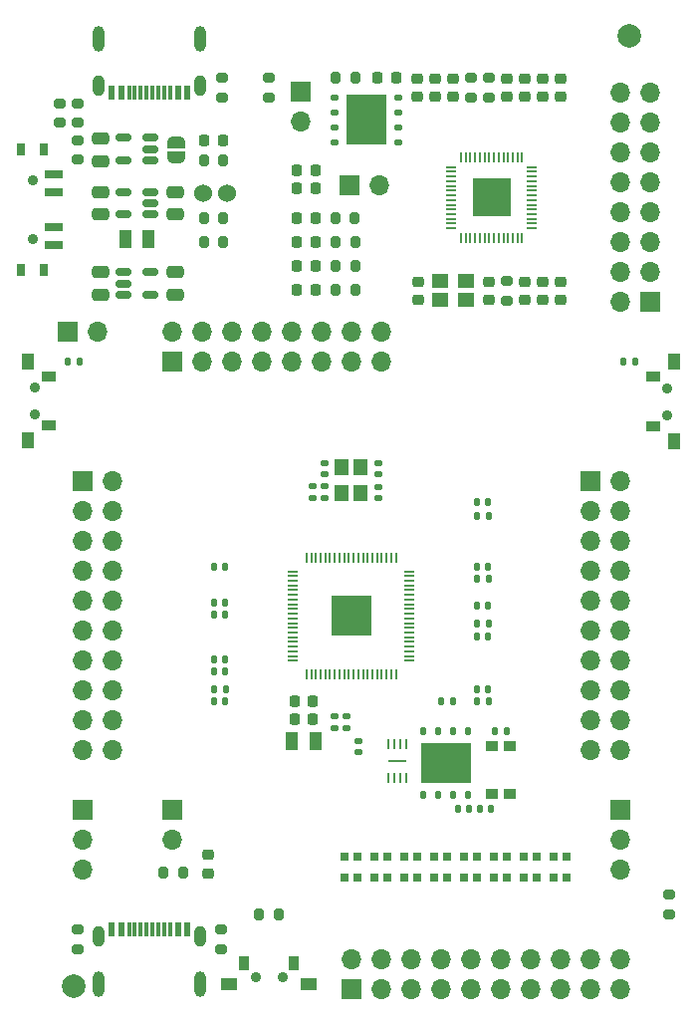
<source format=gbr>
G04 #@! TF.GenerationSoftware,KiCad,Pcbnew,8.0.9-8.0.9-0~ubuntu22.04.1*
G04 #@! TF.CreationDate,2025-03-27T18:50:58+01:00*
G04 #@! TF.ProjectId,rp2350b-launchpad-PCB,72703233-3530-4622-9d6c-61756e636870,rev?*
G04 #@! TF.SameCoordinates,Original*
G04 #@! TF.FileFunction,Soldermask,Top*
G04 #@! TF.FilePolarity,Negative*
%FSLAX46Y46*%
G04 Gerber Fmt 4.6, Leading zero omitted, Abs format (unit mm)*
G04 Created by KiCad (PCBNEW 8.0.9-8.0.9-0~ubuntu22.04.1) date 2025-03-27 18:50:58*
%MOMM*%
%LPD*%
G01*
G04 APERTURE LIST*
G04 Aperture macros list*
%AMRoundRect*
0 Rectangle with rounded corners*
0 $1 Rounding radius*
0 $2 $3 $4 $5 $6 $7 $8 $9 X,Y pos of 4 corners*
0 Add a 4 corners polygon primitive as box body*
4,1,4,$2,$3,$4,$5,$6,$7,$8,$9,$2,$3,0*
0 Add four circle primitives for the rounded corners*
1,1,$1+$1,$2,$3*
1,1,$1+$1,$4,$5*
1,1,$1+$1,$6,$7*
1,1,$1+$1,$8,$9*
0 Add four rect primitives between the rounded corners*
20,1,$1+$1,$2,$3,$4,$5,0*
20,1,$1+$1,$4,$5,$6,$7,0*
20,1,$1+$1,$6,$7,$8,$9,0*
20,1,$1+$1,$8,$9,$2,$3,0*%
%AMFreePoly0*
4,1,19,0.500000,-0.750000,0.000000,-0.750000,0.000000,-0.744911,-0.071157,-0.744911,-0.207708,-0.704816,-0.327430,-0.627875,-0.420627,-0.520320,-0.479746,-0.390866,-0.500000,-0.250000,-0.500000,0.250000,-0.479746,0.390866,-0.420627,0.520320,-0.327430,0.627875,-0.207708,0.704816,-0.071157,0.744911,0.000000,0.744911,0.000000,0.750000,0.500000,0.750000,0.500000,-0.750000,0.500000,-0.750000,
$1*%
%AMFreePoly1*
4,1,19,0.000000,0.744911,0.071157,0.744911,0.207708,0.704816,0.327430,0.627875,0.420627,0.520320,0.479746,0.390866,0.500000,0.250000,0.500000,-0.250000,0.479746,-0.390866,0.420627,-0.520320,0.327430,-0.627875,0.207708,-0.704816,0.071157,-0.744911,0.000000,-0.744911,0.000000,-0.750000,-0.500000,-0.750000,-0.500000,0.750000,0.000000,0.750000,0.000000,0.744911,0.000000,0.744911,
$1*%
G04 Aperture macros list end*
%ADD10RoundRect,0.140000X0.140000X0.170000X-0.140000X0.170000X-0.140000X-0.170000X0.140000X-0.170000X0*%
%ADD11RoundRect,0.250000X0.475000X-0.250000X0.475000X0.250000X-0.475000X0.250000X-0.475000X-0.250000X0*%
%ADD12RoundRect,0.225000X0.250000X-0.225000X0.250000X0.225000X-0.250000X0.225000X-0.250000X-0.225000X0*%
%ADD13RoundRect,0.225000X-0.250000X0.225000X-0.250000X-0.225000X0.250000X-0.225000X0.250000X0.225000X0*%
%ADD14RoundRect,0.225000X0.225000X0.250000X-0.225000X0.250000X-0.225000X-0.250000X0.225000X-0.250000X0*%
%ADD15RoundRect,0.218750X0.218750X0.256250X-0.218750X0.256250X-0.218750X-0.256250X0.218750X-0.256250X0*%
%ADD16RoundRect,0.218750X-0.218750X-0.256250X0.218750X-0.256250X0.218750X0.256250X-0.218750X0.256250X0*%
%ADD17R,1.700000X1.700000*%
%ADD18O,1.700000X1.700000*%
%ADD19FreePoly0,270.000000*%
%ADD20FreePoly1,270.000000*%
%ADD21R,1.000000X1.600000*%
%ADD22RoundRect,0.135000X-0.135000X-0.185000X0.135000X-0.185000X0.135000X0.185000X-0.135000X0.185000X0*%
%ADD23RoundRect,0.200000X0.200000X0.275000X-0.200000X0.275000X-0.200000X-0.275000X0.200000X-0.275000X0*%
%ADD24RoundRect,0.200000X-0.200000X-0.275000X0.200000X-0.275000X0.200000X0.275000X-0.200000X0.275000X0*%
%ADD25RoundRect,0.200000X-0.275000X0.200000X-0.275000X-0.200000X0.275000X-0.200000X0.275000X0.200000X0*%
%ADD26RoundRect,0.200000X0.275000X-0.200000X0.275000X0.200000X-0.275000X0.200000X-0.275000X-0.200000X0*%
%ADD27C,0.900000*%
%ADD28R,0.900000X1.300000*%
%ADD29R,1.450000X1.000000*%
%ADD30RoundRect,0.150000X0.512500X0.150000X-0.512500X0.150000X-0.512500X-0.150000X0.512500X-0.150000X0*%
%ADD31R,1.400000X1.200000*%
%ADD32RoundRect,0.125000X-0.250000X-0.125000X0.250000X-0.125000X0.250000X0.125000X-0.250000X0.125000X0*%
%ADD33R,3.400000X4.300000*%
%ADD34RoundRect,0.050000X-0.387500X-0.050000X0.387500X-0.050000X0.387500X0.050000X-0.387500X0.050000X0*%
%ADD35RoundRect,0.050000X-0.050000X-0.387500X0.050000X-0.387500X0.050000X0.387500X-0.050000X0.387500X0*%
%ADD36R,3.200000X3.200000*%
%ADD37RoundRect,0.225000X-0.225000X-0.250000X0.225000X-0.250000X0.225000X0.250000X-0.225000X0.250000X0*%
%ADD38RoundRect,0.150000X-0.512500X-0.150000X0.512500X-0.150000X0.512500X0.150000X-0.512500X0.150000X0*%
%ADD39C,2.000000*%
%ADD40R,0.700000X0.700000*%
%ADD41R,1.000000X0.900000*%
%ADD42R,1.500000X0.700000*%
%ADD43R,0.800000X1.000000*%
%ADD44RoundRect,0.140000X-0.140000X-0.170000X0.140000X-0.170000X0.140000X0.170000X-0.140000X0.170000X0*%
%ADD45RoundRect,0.062500X-0.062500X0.387500X-0.062500X-0.387500X0.062500X-0.387500X0.062500X0.387500X0*%
%ADD46R,1.600000X0.200000*%
%ADD47RoundRect,0.135000X-0.185000X0.135000X-0.185000X-0.135000X0.185000X-0.135000X0.185000X0.135000X0*%
%ADD48RoundRect,0.140000X0.170000X-0.140000X0.170000X0.140000X-0.170000X0.140000X-0.170000X-0.140000X0*%
%ADD49RoundRect,0.140000X-0.170000X0.140000X-0.170000X-0.140000X0.170000X-0.140000X0.170000X0.140000X0*%
%ADD50R,0.600000X1.150000*%
%ADD51R,0.300000X1.150000*%
%ADD52O,1.000000X1.800000*%
%ADD53O,1.000000X2.200000*%
%ADD54R,1.300000X0.900000*%
%ADD55R,1.000000X1.450000*%
%ADD56RoundRect,0.135000X0.135000X0.185000X-0.135000X0.185000X-0.135000X-0.185000X0.135000X-0.185000X0*%
%ADD57RoundRect,0.218750X-0.256250X0.218750X-0.256250X-0.218750X0.256250X-0.218750X0.256250X0.218750X0*%
%ADD58RoundRect,0.125000X-0.125000X0.250000X-0.125000X-0.250000X0.125000X-0.250000X0.125000X0.250000X0*%
%ADD59R,4.300000X3.400000*%
%ADD60R,1.200000X1.400000*%
%ADD61RoundRect,0.050000X0.350000X0.050000X-0.350000X0.050000X-0.350000X-0.050000X0.350000X-0.050000X0*%
%ADD62RoundRect,0.050000X0.050000X0.350000X-0.050000X0.350000X-0.050000X-0.350000X0.050000X-0.350000X0*%
%ADD63R,3.400000X3.400000*%
%ADD64C,1.524000*%
G04 APERTURE END LIST*
D10*
X149729000Y-134493000D03*
X148769000Y-134493000D03*
D11*
X118364000Y-79436000D03*
X118364000Y-77536000D03*
X124714000Y-83959500D03*
X124714000Y-82059500D03*
X118364000Y-90787500D03*
X118364000Y-88887500D03*
X124714000Y-90787500D03*
X124714000Y-88887500D03*
D12*
X145415000Y-91224500D03*
X145415000Y-89674500D03*
X151384000Y-91224500D03*
X151384000Y-89674500D03*
D13*
X157480000Y-89674500D03*
X157480000Y-91224500D03*
D12*
X145288000Y-73952500D03*
X145288000Y-72402500D03*
X154432000Y-73952500D03*
X154432000Y-72402500D03*
X155956000Y-73952500D03*
X155956000Y-72402500D03*
D14*
X136639500Y-80264000D03*
X135089500Y-80264000D03*
D13*
X154432000Y-89674500D03*
X154432000Y-91224500D03*
D12*
X157480000Y-73952500D03*
X157480000Y-72402500D03*
D15*
X128778000Y-77724000D03*
X127203000Y-77724000D03*
D16*
X135077000Y-90424000D03*
X136652000Y-90424000D03*
X135077000Y-84328000D03*
X136652000Y-84328000D03*
X135077000Y-86360000D03*
X136652000Y-86360000D03*
X135077000Y-88392000D03*
X136652000Y-88392000D03*
D17*
X116840000Y-106680000D03*
D18*
X119380000Y-106680000D03*
X116840000Y-109220000D03*
X119380000Y-109220000D03*
X116840000Y-111760000D03*
X119380000Y-111760000D03*
X116840000Y-114300000D03*
X119380000Y-114300000D03*
X116840000Y-116840000D03*
X119380000Y-116840000D03*
X116840000Y-119380000D03*
X119380000Y-119380000D03*
X116840000Y-121920000D03*
X119380000Y-121920000D03*
X116840000Y-124460000D03*
X119380000Y-124460000D03*
X116840000Y-127000000D03*
X119380000Y-127000000D03*
X116840000Y-129540000D03*
X119380000Y-129540000D03*
D17*
X116840000Y-134620000D03*
D18*
X116840000Y-137160000D03*
X116840000Y-139700000D03*
D17*
X139700000Y-149860000D03*
D18*
X139700000Y-147320000D03*
X142240000Y-149860000D03*
X142240000Y-147320000D03*
X144780000Y-149860000D03*
X144780000Y-147320000D03*
X147320000Y-149860000D03*
X147320000Y-147320000D03*
X149860000Y-149860000D03*
X149860000Y-147320000D03*
X152400000Y-149860000D03*
X152400000Y-147320000D03*
X154940000Y-149860000D03*
X154940000Y-147320000D03*
X157480000Y-149860000D03*
X157480000Y-147320000D03*
X160020000Y-149860000D03*
X160020000Y-147320000D03*
X162560000Y-149860000D03*
X162560000Y-147320000D03*
D17*
X160020000Y-106680000D03*
D18*
X162560000Y-106680000D03*
X160020000Y-109220000D03*
X162560000Y-109220000D03*
X160020000Y-111760000D03*
X162560000Y-111760000D03*
X160020000Y-114300000D03*
X162560000Y-114300000D03*
X160020000Y-116840000D03*
X162560000Y-116840000D03*
X160020000Y-119380000D03*
X162560000Y-119380000D03*
X160020000Y-121920000D03*
X162560000Y-121920000D03*
X160020000Y-124460000D03*
X162560000Y-124460000D03*
X160020000Y-127000000D03*
X162560000Y-127000000D03*
X160020000Y-129540000D03*
X162560000Y-129540000D03*
D17*
X162560000Y-134620000D03*
D18*
X162560000Y-137160000D03*
X162560000Y-139700000D03*
D19*
X124841000Y-77821000D03*
D20*
X124841000Y-79121000D03*
D17*
X135382000Y-73533000D03*
D18*
X135382000Y-76073000D03*
D17*
X165100000Y-91440000D03*
D18*
X162560000Y-91440000D03*
X165100000Y-88900000D03*
X162560000Y-88900000D03*
X165100000Y-86360000D03*
X162560000Y-86360000D03*
X165100000Y-83820000D03*
X162560000Y-83820000D03*
X165100000Y-81280000D03*
X162560000Y-81280000D03*
X165100000Y-78740000D03*
X162560000Y-78740000D03*
X165100000Y-76200000D03*
X162560000Y-76200000D03*
X165100000Y-73660000D03*
X162560000Y-73660000D03*
D21*
X122480000Y-86106000D03*
X120480000Y-86106000D03*
D22*
X151916000Y-127889000D03*
X152936000Y-127889000D03*
X150366000Y-125349000D03*
X151386000Y-125349000D03*
D23*
X128815500Y-79375000D03*
X127165500Y-79375000D03*
D24*
X127165500Y-84328000D03*
X128815500Y-84328000D03*
D23*
X128815500Y-86360000D03*
X127165500Y-86360000D03*
X140042500Y-90424000D03*
X138392500Y-90424000D03*
D25*
X132715000Y-72352500D03*
X132715000Y-74002500D03*
D26*
X151384000Y-74002500D03*
X151384000Y-72352500D03*
X149860000Y-74002500D03*
X149860000Y-72352500D03*
X152908000Y-91274500D03*
X152908000Y-89624500D03*
D23*
X140042500Y-72390000D03*
X138392500Y-72390000D03*
X140042500Y-86360000D03*
X138392500Y-86360000D03*
X140042500Y-88392000D03*
X138392500Y-88392000D03*
D27*
X131572000Y-148844000D03*
X133872000Y-148844000D03*
D28*
X134822000Y-147594000D03*
X130622000Y-147594000D03*
D29*
X129347000Y-149394000D03*
X136097000Y-149394000D03*
D30*
X122633500Y-83947000D03*
X122633500Y-82997000D03*
X122633500Y-82047000D03*
X120358500Y-82047000D03*
X120358500Y-83947000D03*
D31*
X147279000Y-91248500D03*
X149479000Y-91248500D03*
X149479000Y-89648500D03*
X147279000Y-89648500D03*
D32*
X138270000Y-74041000D03*
X138270000Y-75311000D03*
X138270000Y-76581000D03*
X138270000Y-77851000D03*
X143670000Y-77851000D03*
X143670000Y-76581000D03*
X143670000Y-75311000D03*
X143670000Y-74041000D03*
D33*
X140970000Y-75946000D03*
D17*
X139573000Y-81534000D03*
D18*
X142113000Y-81534000D03*
D34*
X148200500Y-79950000D03*
X148200500Y-80350000D03*
X148200500Y-80750000D03*
X148200500Y-81150000D03*
X148200500Y-81550000D03*
X148200500Y-81950000D03*
X148200500Y-82350000D03*
X148200500Y-82750000D03*
X148200500Y-83150000D03*
X148200500Y-83550000D03*
X148200500Y-83950000D03*
X148200500Y-84350000D03*
X148200500Y-84750000D03*
X148200500Y-85150000D03*
D35*
X149038000Y-85987500D03*
X149438000Y-85987500D03*
X149838000Y-85987500D03*
X150238000Y-85987500D03*
X150638000Y-85987500D03*
X151038000Y-85987500D03*
X151438000Y-85987500D03*
X151838000Y-85987500D03*
X152238000Y-85987500D03*
X152638000Y-85987500D03*
X153038000Y-85987500D03*
X153438000Y-85987500D03*
X153838000Y-85987500D03*
X154238000Y-85987500D03*
D34*
X155075500Y-85150000D03*
X155075500Y-84750000D03*
X155075500Y-84350000D03*
X155075500Y-83950000D03*
X155075500Y-83550000D03*
X155075500Y-83150000D03*
X155075500Y-82750000D03*
X155075500Y-82350000D03*
X155075500Y-81950000D03*
X155075500Y-81550000D03*
X155075500Y-81150000D03*
X155075500Y-80750000D03*
X155075500Y-80350000D03*
X155075500Y-79950000D03*
D35*
X154238000Y-79112500D03*
X153838000Y-79112500D03*
X153438000Y-79112500D03*
X153038000Y-79112500D03*
X152638000Y-79112500D03*
X152238000Y-79112500D03*
X151838000Y-79112500D03*
X151438000Y-79112500D03*
X151038000Y-79112500D03*
X150638000Y-79112500D03*
X150238000Y-79112500D03*
X149838000Y-79112500D03*
X149438000Y-79112500D03*
X149038000Y-79112500D03*
D36*
X151638000Y-82550000D03*
D12*
X152908000Y-73952500D03*
X152908000Y-72402500D03*
X148336000Y-73952500D03*
X148336000Y-72402500D03*
X146812000Y-73952500D03*
X146812000Y-72402500D03*
D13*
X155956000Y-89674500D03*
X155956000Y-91224500D03*
D14*
X136639500Y-81788000D03*
X135089500Y-81788000D03*
D17*
X124460000Y-96520000D03*
D18*
X124460000Y-93980000D03*
X127000000Y-96520000D03*
X127000000Y-93980000D03*
X129540000Y-96520000D03*
X129540000Y-93980000D03*
X132080000Y-96520000D03*
X132080000Y-93980000D03*
X134620000Y-96520000D03*
X134620000Y-93980000D03*
X137160000Y-96520000D03*
X137160000Y-93980000D03*
X139700000Y-96520000D03*
X139700000Y-93980000D03*
X142240000Y-96520000D03*
X142240000Y-93980000D03*
D37*
X141947500Y-72390000D03*
X143497500Y-72390000D03*
D38*
X120358500Y-88900000D03*
X120358500Y-89850000D03*
X120358500Y-90800000D03*
X122633500Y-90800000D03*
X122633500Y-88900000D03*
D30*
X122633500Y-79370000D03*
X122633500Y-78420000D03*
X122633500Y-77470000D03*
X120358500Y-77470000D03*
X120358500Y-79370000D03*
D26*
X116459000Y-79311000D03*
X116459000Y-77661000D03*
D39*
X116078000Y-149606000D03*
D40*
X142790000Y-138526000D03*
X141690000Y-138526000D03*
X141690000Y-140356000D03*
X142790000Y-140356000D03*
X145330000Y-138526000D03*
X144230000Y-138526000D03*
X144230000Y-140356000D03*
X145330000Y-140356000D03*
X147870000Y-138526000D03*
X146770000Y-138526000D03*
X146770000Y-140356000D03*
X147870000Y-140356000D03*
X150410000Y-138526000D03*
X149310000Y-138526000D03*
X149310000Y-140356000D03*
X150410000Y-140356000D03*
X152950000Y-138526000D03*
X151850000Y-138526000D03*
X151850000Y-140356000D03*
X152950000Y-140356000D03*
X155490000Y-138526000D03*
X154390000Y-138526000D03*
X154390000Y-140356000D03*
X155490000Y-140356000D03*
X158030000Y-138526000D03*
X156930000Y-138526000D03*
X156930000Y-140356000D03*
X158030000Y-140356000D03*
X140250000Y-138526000D03*
X139150000Y-138526000D03*
X139150000Y-140356000D03*
X140250000Y-140356000D03*
D41*
X153224000Y-129141000D03*
X153224000Y-133241000D03*
X151624000Y-129141000D03*
X151624000Y-133241000D03*
D39*
X163322000Y-68834000D03*
D11*
X118364000Y-83959500D03*
X118364000Y-82059500D03*
D27*
X112649000Y-81066000D03*
X112649000Y-86066000D03*
D42*
X114399000Y-80566000D03*
X114399000Y-82066000D03*
X114399000Y-85066000D03*
X114399000Y-86566000D03*
D43*
X113599000Y-78416000D03*
X111649000Y-78416000D03*
X113599000Y-88716000D03*
X111649000Y-88716000D03*
D37*
X134861000Y-125349000D03*
X136411000Y-125349000D03*
D44*
X150650000Y-134493000D03*
X151610000Y-134493000D03*
X150368000Y-119888000D03*
X151328000Y-119888000D03*
D25*
X166751000Y-141796000D03*
X166751000Y-143446000D03*
X116459000Y-74549000D03*
X116459000Y-76199000D03*
X116459000Y-144780000D03*
X116459000Y-146430000D03*
D24*
X131890000Y-143510000D03*
X133540000Y-143510000D03*
D10*
X128976000Y-113919000D03*
X128016000Y-113919000D03*
D45*
X144399000Y-129032000D03*
X143899000Y-129032000D03*
X143399000Y-129032000D03*
X142899000Y-129032000D03*
X142899000Y-131882000D03*
X143399000Y-131882000D03*
X143899000Y-131882000D03*
X144399000Y-131882000D03*
D46*
X143649000Y-130457000D03*
D10*
X128976000Y-121793000D03*
X128016000Y-121793000D03*
D37*
X134861000Y-126873000D03*
X136411000Y-126873000D03*
D22*
X150366000Y-109601000D03*
X151386000Y-109601000D03*
D47*
X138303000Y-126615000D03*
X138303000Y-127635000D03*
D21*
X136652000Y-128778000D03*
X134652000Y-128778000D03*
D25*
X114935000Y-74550000D03*
X114935000Y-76200000D03*
D23*
X140017000Y-84328000D03*
X138367000Y-84328000D03*
D48*
X136398000Y-108049000D03*
X136398000Y-107089000D03*
D44*
X150368000Y-117221000D03*
X151328000Y-117221000D03*
D49*
X137414000Y-105085000D03*
X137414000Y-106045000D03*
X140335000Y-128707000D03*
X140335000Y-129667000D03*
D50*
X119355000Y-144780000D03*
X120155000Y-144780000D03*
D51*
X120805000Y-144780000D03*
X121305000Y-144780000D03*
X121805000Y-144780000D03*
X122305000Y-144780000D03*
X122805000Y-144780000D03*
X123305000Y-144780000D03*
X123805000Y-144780000D03*
X124305000Y-144780000D03*
D50*
X124955000Y-144780000D03*
X125755000Y-144780000D03*
D52*
X118235000Y-145355000D03*
D53*
X118235000Y-149355000D03*
D52*
X126875000Y-145355000D03*
D53*
X126875000Y-149355000D03*
D22*
X162812000Y-96520000D03*
X163832000Y-96520000D03*
D24*
X123762000Y-139954000D03*
X125412000Y-139954000D03*
D47*
X137414000Y-107087000D03*
X137414000Y-108107000D03*
D10*
X129004000Y-116967000D03*
X128044000Y-116967000D03*
D22*
X150368000Y-114935000D03*
X151388000Y-114935000D03*
D17*
X124460000Y-134620000D03*
D18*
X124460000Y-137160000D03*
D47*
X139319000Y-126617000D03*
X139319000Y-127637000D03*
D44*
X150368000Y-108458000D03*
X151328000Y-108458000D03*
D10*
X129000000Y-125349000D03*
X128040000Y-125349000D03*
D17*
X115570000Y-93980000D03*
D18*
X118110000Y-93980000D03*
D26*
X128651000Y-146430000D03*
X128651000Y-144780000D03*
D22*
X150366000Y-118745000D03*
X151386000Y-118745000D03*
D27*
X112776000Y-98679000D03*
X112776000Y-100979000D03*
D54*
X114026000Y-101929000D03*
X114026000Y-97729000D03*
D55*
X112226000Y-96454000D03*
X112226000Y-103204000D03*
D49*
X141986000Y-105085000D03*
X141986000Y-106045000D03*
D26*
X128740000Y-74030000D03*
X128740000Y-72380000D03*
D56*
X129032000Y-124333000D03*
X128012000Y-124333000D03*
D27*
X166590000Y-101030000D03*
X166590000Y-98730000D03*
D54*
X165340000Y-97780000D03*
X165340000Y-101980000D03*
D55*
X167140000Y-103255000D03*
X167140000Y-96505000D03*
D57*
X127508000Y-138430000D03*
X127508000Y-140005000D03*
D10*
X129004000Y-117983000D03*
X128044000Y-117983000D03*
D48*
X141986000Y-108077000D03*
X141986000Y-107117000D03*
D58*
X149674000Y-127895000D03*
X148404000Y-127895000D03*
X147134000Y-127895000D03*
X145864000Y-127895000D03*
X145864000Y-133295000D03*
X147134000Y-133295000D03*
X148404000Y-133295000D03*
X149674000Y-133295000D03*
D59*
X147769000Y-130595000D03*
D44*
X150368000Y-113919000D03*
X151328000Y-113919000D03*
D56*
X116590000Y-96520000D03*
X115570000Y-96520000D03*
D44*
X150396000Y-124333000D03*
X151356000Y-124333000D03*
D50*
X125757000Y-73589000D03*
X124957000Y-73589000D03*
D51*
X124307000Y-73589000D03*
X123807000Y-73589000D03*
X123307000Y-73589000D03*
X122807000Y-73589000D03*
X122307000Y-73589000D03*
X121807000Y-73589000D03*
X121307000Y-73589000D03*
X120807000Y-73589000D03*
D50*
X120157000Y-73589000D03*
X119357000Y-73589000D03*
D52*
X126877000Y-73014000D03*
D53*
X126877000Y-69014000D03*
D52*
X118237000Y-73014000D03*
D53*
X118237000Y-69014000D03*
D56*
X148338000Y-125349000D03*
X147318000Y-125349000D03*
D60*
X140500000Y-107681000D03*
X140500000Y-105481000D03*
X138900000Y-105481000D03*
X138900000Y-107681000D03*
D10*
X129004000Y-122809000D03*
X128044000Y-122809000D03*
D61*
X144650000Y-121910000D03*
X144650000Y-121510000D03*
X144650000Y-121110000D03*
X144650000Y-120710000D03*
X144650000Y-120310000D03*
X144650000Y-119910000D03*
X144650000Y-119510000D03*
X144650000Y-119110000D03*
X144650000Y-118710000D03*
X144650000Y-118310000D03*
X144650000Y-117910000D03*
X144650000Y-117510000D03*
X144650000Y-117110000D03*
X144650000Y-116710000D03*
X144650000Y-116310000D03*
X144650000Y-115910000D03*
X144650000Y-115510000D03*
X144650000Y-115110000D03*
X144650000Y-114710000D03*
X144650000Y-114310000D03*
D62*
X143500000Y-113160000D03*
X143100000Y-113160000D03*
X142700000Y-113160000D03*
X142300000Y-113160000D03*
X141900000Y-113160000D03*
X141500000Y-113160000D03*
X141100000Y-113160000D03*
X140700000Y-113160000D03*
X140300000Y-113160000D03*
X139900000Y-113160000D03*
X139500000Y-113160000D03*
X139100000Y-113160000D03*
X138700000Y-113160000D03*
X138300000Y-113160000D03*
X137900000Y-113160000D03*
X137500000Y-113160000D03*
X137100000Y-113160000D03*
X136700000Y-113160000D03*
X136300000Y-113160000D03*
X135900000Y-113160000D03*
D61*
X134750000Y-114310000D03*
X134750000Y-114710000D03*
X134750000Y-115110000D03*
X134750000Y-115510000D03*
X134750000Y-115910000D03*
X134750000Y-116310000D03*
X134750000Y-116710000D03*
X134750000Y-117110000D03*
X134750000Y-117510000D03*
X134750000Y-117910000D03*
X134750000Y-118310000D03*
X134750000Y-118710000D03*
X134750000Y-119110000D03*
X134750000Y-119510000D03*
X134750000Y-119910000D03*
X134750000Y-120310000D03*
X134750000Y-120710000D03*
X134750000Y-121110000D03*
X134750000Y-121510000D03*
X134750000Y-121910000D03*
D62*
X135900000Y-123060000D03*
X136300000Y-123060000D03*
X136700000Y-123060000D03*
X137100000Y-123060000D03*
X137500000Y-123060000D03*
X137900000Y-123060000D03*
X138300000Y-123060000D03*
X138700000Y-123060000D03*
X139100000Y-123060000D03*
X139500000Y-123060000D03*
X139900000Y-123060000D03*
X140300000Y-123060000D03*
X140700000Y-123060000D03*
X141100000Y-123060000D03*
X141500000Y-123060000D03*
X141900000Y-123060000D03*
X142300000Y-123060000D03*
X142700000Y-123060000D03*
X143100000Y-123060000D03*
X143500000Y-123060000D03*
D63*
X139700000Y-118110000D03*
D64*
X129127000Y-82169000D03*
X127127000Y-82169000D03*
M02*

</source>
